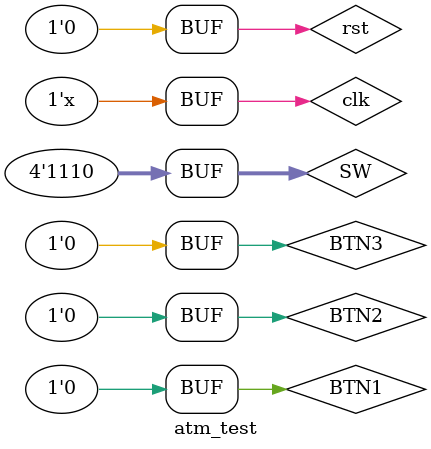
<source format=v>
`timescale 1ns/1ps

module atm_test();

/* NOTE: If your Input/Output names are different, change variable names below accordingly */
// inputs
reg clk;
reg rst;
reg BTN3, BTN2, BTN1;
reg [3:0] SW;

// outputs
wire [7:0] LED;                                   
wire [6:0] digit4, digit3, digit2, digit1; 

/* NOTE: If your module name is different, change your module name below accordingly */
// module instantiation
atm uut(.clk(clk),
        .rst(rst),
        .BTN3(BTN3),
        .BTN2(BTN2),
        .BTN1(BTN1),
        .SW(SW),
        .LED(LED),
        .digit4(digit4),
        .digit3(digit3),
        .digit2(digit2),
        .digit1(digit1)
        );

// clock (modelling a 100 MHz clock)
/* 
please note that your testbench clock frequency does not have to
be the same as your actual clock frequency on the BASYS board
*/
always #5 clk = ~clk;

initial
begin
    // initilization
    clk  = 0;
    rst  = 0;
    BTN3 = 0;
    BTN2 = 0;
    BTN1 = 0;
    SW   = 0;
    
    // global reset
    #100;
    
    // ------------------------- Scenario starts here -------------------------
    
    // ----- a.reset the circuit
    rst = 1;
    #20; 
    rst = 0;
    #20;
    
    // ------------- b.Inset the debit card by pressing BTN3
    BTN3 = 1;       // press BTN3
    #10;            // one clock
    BTN3 = 0;       // release BTN3
    #10;            // one clock
    
    #30;            // wait for some random time (we used 3 clock cycles delay, you can change it)
    /* This random wait time is used to mimic waiting times between push button operations */
    
    // ------------- c.Enter the password correctly and go to the ATM menu state
    SW   = 4'b0000; // set password
    BTN3 = 1;       // press BTN3
    #10;
    BTN3 = 0;       // release BTN3
    #10;
    
    #30;            // wait for some random time
    
    // ------------- d.Go to the money operation state by pressing BTN3
    BTN3 = 1;       // press BTN3
    #10;
    BTN3 = 0;       // release BTN3
    #10;
    
    #30;            // wait for some random time
    
    // ------------- e.Deposit 5 into your account (by setting the SW and pressing BTN3)
    SW   = 4'b0101; // set amount of money to 5
    BTN3 = 1;       // press BTN3
    #10;
    BTN3 = 0;       // release BTN3
    #10;
    
    #30;            // wait for some random time
    
    // ------------- f.Go back to the ATM menu by pressing BTN1
    BTN1 = 1;       // press BTN1
    #10;
    BTN1 = 0;       // release BTN1
    #10;
    
    #30;            // wait for some random time
    
    // ------------- g.Go to password change state by pressing BTN2
    BTN2 = 1;       // press BTN2
    #10;
    BTN2 = 0;       // release BTN2
    #10;
    
    #30;            // wait for some random time
    
    // ------------- h.Enter the current password correctly (by setting the SW and pressing BTN3)
    SW   = 4'b0000; // set the password
    BTN3 = 1;       // press BTN3
    #10;
    BTN3 = 0;       // release BTN3
    #10;
    
    #30;            // wait for some random time
    
    // ------------- i.Enter the new password (by setting the SW and pressing BTN3)
    SW   = 4'b1001; // set the new password (let's say it is 1001)
    BTN3 = 1;       // press BTN3
    #10;
    BTN3 = 0;       // release BTN3
    #10;
    
    #30;            // wait for some random time
    
    // ------------- j.Log out from the ATM by pressing BTN1
    BTN1 = 1;       // press BTN1
    #10;
    BTN1 = 0;       // release BTN1
    #10;
    
    #30;            // wait for some random time
    
    // ------------- k.Inset the debit card by pressing BTN3
    BTN3 = 1;       // press BTN3
    #10;
    BTN3 = 0;       // release BTN3
    #10;
    
    #30;            // wait for some random time
    
    // ------------- l.Enter the password wrong for 3 times (by setting the SW and pressing BTN3)
    // ------ first try
    SW   = 4'b0000; // set wrong password
    BTN3 = 1;       // press BTN3
    #10;
    BTN3 = 0;       // release BTN3
    #10;
    #30;            // wait for some random time
    // ------ second try
    SW   = 4'b0100; // set wrong password
    BTN3 = 1;       // press BTN3
    #10;
    BTN3 = 0;       // release BTN3
    #10;
    #30;            // wait for some random time
    // ------ third try
    SW   = 4'b0010; // set wrong password
    BTN3 = 1;       // press BTN3
    #10;
    BTN3 = 0;       // release BTN3
    #10;
    #30;            // wait for some random time
    
    /*
    Here your circuit should be locked for 5 seconds.
    You'll implement timer for realizing wait operation.
    */
    
    #(80*10);       // wait 80 clock cycles for lock operation (you should change this delay time based on your design)
    
    // ------------- m.Inset the debit card by pressing BTN3
    BTN3 = 1;       // press BTN3
    #10;            // one clock
    BTN3 = 0;       // release BTN3
    #10;            // one clock
    
    #30;            // wait for some random time
    
    // ------------- n.Enter the password correctly and go to the ATM menu state (by setting the SW and pressing BTN3)
    SW   = 4'b1001; // set password
    BTN3 = 1;       // press BTN3
    #10;
    BTN3 = 0;       // release BTN3
    #10;
    
    #30;            // wait for some random time
    
    // ------------- o.Go to the money operation state by pressing BTN3
    BTN3 = 1;       // press BTN3
    #10;
    BTN3 = 0;       // release BTN3
    #10;
    
    #30;            // wait for some random time
    
    // ------------- p.Withdraw 4 from your account (by setting the SW and pressing BTN2)
    SW   = 4'b0100; // set amount of money to 4
    BTN2 = 1;       // press BTN2
    #10;
    BTN2 = 0;       // release BTN2
    #10;
    
    #30;            // wait for some random time
    
    // ------------- q.Withdraw 2 from your account (by setting the SW and pressing BTN2)
    SW   = 4'b0010; // set amount of money to 4
    BTN2 = 1;       // press BTN2
    #10;
    BTN2 = 0;       // release BTN2
    #10;
    
    #30;            // wait for some random time
    
    /*
    Due to insufficient balance in your account 
    (you have 1 in your account but you try to witdraw 2)
    Your circuit should be locked for 2.5 seconds.
    You'll implement timer for realizing wait operation.
    */
    
    #(40*10);       // wait 40 clock cycles for lock operation (you should change this delay time based on your design)
    
    // ------------- r.Go back to the ATM menu state by pressing BTN1
    BTN1 = 1;       // press BTN1
    #10;
    BTN1 = 0;       // release BTN1
    #10;
    
    #30;            // wait for some random time
    
    // ------------- s.Go to the password change state by pressing BTN2
    BTN2 = 1;       // press BTN2
    #10;
    BTN2 = 0;       // release BTN2
    #10;
    
    #30;            // wait for some random time
    
    // ------------- t.Enter the current password wrong for 3 times (by setting the SW and pressing BTN3 -- you should be logged out)
    // ------ first try
    SW   = 4'b0100; // set wrong password
    BTN3 = 1;       // press BTN3
    #10;
    BTN3 = 0;       // release BTN3
    #10;
    #30;            // wait for some random time
    // ------ second try
    SW   = 4'b0000; // set wrong password
    BTN3 = 1;       // press BTN3
    #10;
    BTN3 = 0;       // release BTN3
    #10;
    #30;            // wait for some random time
    // ------ third try
    SW   = 4'b1110; // set wrong password
    BTN3 = 1;       // press BTN3
    #10;
    BTN3 = 0;       // release BTN3
    #10;
    #30;            // wait for some random time
    
    /*
    Here your circuit should be locked for 5 seconds.
    You'll implement timer for realizing wait operation.
    */
    
    #(80*10);       // wait 80 clock cycles for lock operation (you should change this delay time based on your design)
    
    // ------------------------- Scenario ends here -------------------------

end

endmodule
</source>
